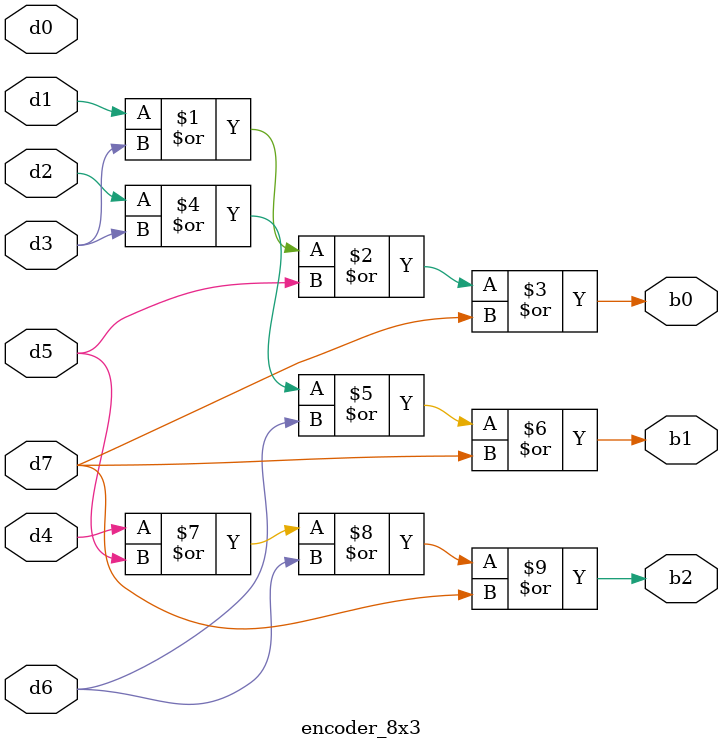
<source format=v>
module encoder_8x3(
    input d0,
    input d1,
    input d2,
    input d3,
    input d4,
    input d5,
    input d6,
    input d7,
    output b0,
    output b1,
    output b2
);

assign b0 = d1 | d3 | d5 | d7 ;
assign b1 = d2 | d3 | d6 | d7 ;
assign b2 = d4 | d5 | d6 | d7 ;
endmodule
</source>
